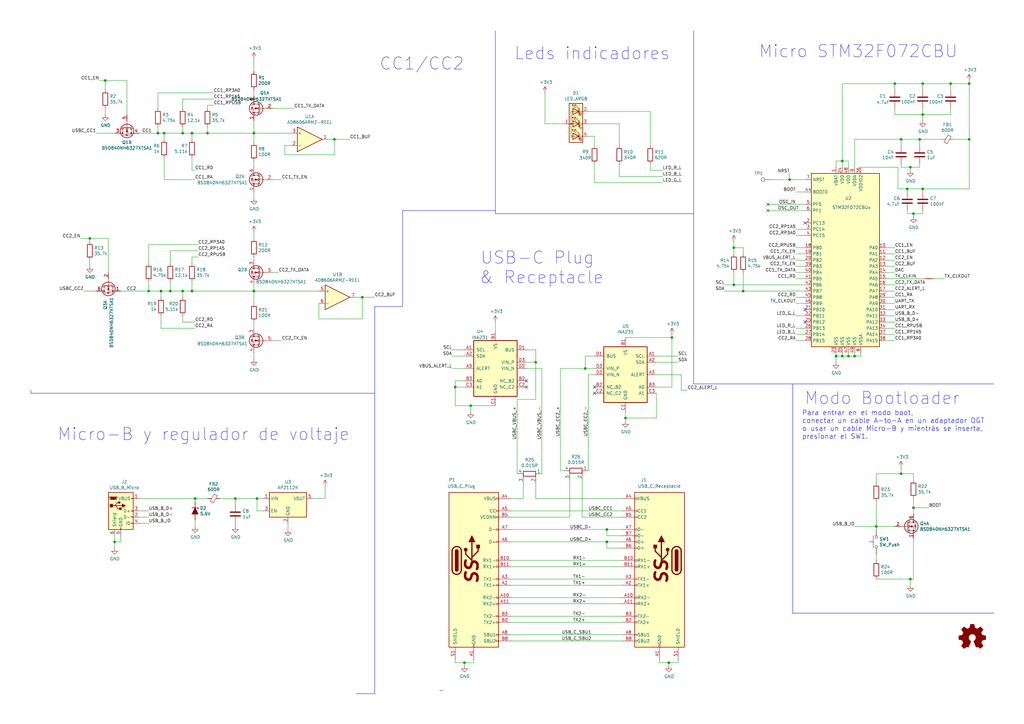
<source format=kicad_sch>
(kicad_sch (version 20230121) (generator eeschema)
  (paper "A3")
  (title_block (title "ClockClock Module") (date "2019-03-23") (rev "r0_1") (company "GsD"))
  (junction (at 342.9 146.05))
  (junction (at 240.03 151.13))
  (junction (at 378.46 46.99))
  (junction (at 304.8 119.38))
  (junction (at 46.99 222.25))
  (junction (at 274.32 271.78))
  (junction (at 367.03 34.29))
  (junction (at 345.44 66.04))
  (junction (at 104.14 119.38))
  (junction (at 104.14 54.61))
  (junction (at 389.89 34.29))
  (junction (at 323.85 73.66))
  (junction (at 373.38 68.58))
  (junction (at 347.98 146.05))
  (junction (at 372.11 77.47))
  (junction (at 397.51 34.29))
  (junction (at 105.41 204.47))
  (junction (at 300.99 116.84))
  (junction (at 64.77 54.61))
  (junction (at 36.83 97.79))
  (junction (at 43.18 33.02))
  (junction (at 67.31 54.61))
  (junction (at 378.46 34.29))
  (junction (at 69.85 119.38))
  (junction (at 66.04 119.38))
  (junction (at 374.65 208.28))
  (junction (at 369.57 57.15))
  (junction (at 190.5 271.78))
  (junction (at 275.59 138.43))
  (junction (at 60.96 119.38))
  (junction (at 74.93 54.61))
  (junction (at 378.46 77.47))
  (junction (at 373.38 237.49))
  (junction (at 369.57 194.31))
  (junction (at 74.93 119.38))
  (junction (at 78.74 119.38))
  (junction (at 137.16 57.15))
  (junction (at 377.19 57.15))
  (junction (at 256.54 171.45))
  (junction (at 80.01 204.47))
  (junction (at 350.52 146.05))
  (junction (at 85.09 54.61))
  (junction (at 193.04 166.37))
  (junction (at 219.71 148.59))
  (junction (at 186.69 158.75))
  (junction (at 248.92 217.17))
  (junction (at 345.44 146.05))
  (junction (at 78.74 54.61))
  (junction (at 248.92 222.25))
  (junction (at 148.59 121.92))
  (junction (at 300.99 101.6))
  (junction (at 96.52 204.47))
  (junction (at 374.65 87.63))
  (junction (at 397.51 57.15))
  (junction (at 359.41 215.9))
  (no_connect (at 314.96 86.36))
  (no_connect (at 330.2 127))
  (no_connect (at 314.96 83.82))
  (no_connect (at 330.2 91.44))
  (no_connect (at 243.84 161.29))
  (no_connect (at 330.2 132.08))
  (no_connect (at 215.9 156.21))
  (no_connect (at 243.84 158.75))
  (no_connect (at 215.9 158.75))
  (wire (pts (xy 209.55 232.41) (xy 255.27 232.41)))
  (wire (pts (xy 57.15 54.61) (xy 64.77 54.61)))
  (wire (pts (xy 363.22 137.16) (xy 367.03 137.16)))
  (wire (pts (xy 241.3 193.04) (xy 241.3 153.67)))
  (wire (pts (xy 115.57 139.7) (xy 111.76 139.7)))
  (wire (pts (xy 57.15 212.09) (xy 60.96 212.09)))
  (wire (pts (xy 107.95 209.55) (xy 105.41 209.55)))
  (wire (pts (xy 397.51 57.15) (xy 397.51 34.29)))
  (wire (pts (xy 85.09 43.18) (xy 85.09 44.45)))
  (wire (pts (xy 40.64 33.02) (xy 43.18 33.02)))
  (polyline (pts (xy 153.67 125.73) (xy 165.1 125.73)))
  (wire (pts (xy 248.92 222.25) (xy 255.27 222.25)))
  (wire (pts (xy 304.8 111.76) (xy 304.8 119.38)))
  (wire (pts (xy 186.69 270.51) (xy 186.69 271.78)))
  (wire (pts (xy 67.31 57.15) (xy 67.31 54.61)))
  (wire (pts (xy 209.55 240.03) (xy 255.27 240.03)))
  (wire (pts (xy 231.14 50.8) (xy 223.52 50.8)))
  (wire (pts (xy 209.55 222.25) (xy 248.92 222.25)))
  (polyline (pts (xy 12.7 161.29) (xy 12.7 160.02)))
  (wire (pts (xy 345.44 144.78) (xy 345.44 146.05)))
  (wire (pts (xy 304.8 104.14) (xy 304.8 101.6)))
  (wire (pts (xy 369.57 67.31) (xy 369.57 68.58)))
  (wire (pts (xy 186.69 158.75) (xy 190.5 158.75)))
  (wire (pts (xy 214.63 204.47) (xy 214.63 198.12)))
  (wire (pts (xy 33.02 97.79) (xy 36.83 97.79)))
  (wire (pts (xy 270.51 271.78) (xy 274.32 271.78)))
  (wire (pts (xy 367.03 34.29) (xy 378.46 34.29)))
  (wire (pts (xy 52.07 33.02) (xy 52.07 46.99)))
  (wire (pts (xy 222.25 194.31) (xy 222.25 151.13)))
  (wire (pts (xy 130.81 124.46) (xy 130.81 130.81)))
  (wire (pts (xy 378.46 36.83) (xy 378.46 34.29)))
  (wire (pts (xy 330.2 134.62) (xy 326.39 134.62)))
  (wire (pts (xy 74.93 132.08) (xy 80.01 132.08)))
  (wire (pts (xy 229.87 193.04) (xy 229.87 151.13)))
  (wire (pts (xy 78.74 105.41) (xy 81.28 105.41)))
  (wire (pts (xy 60.96 119.38) (xy 49.53 119.38)))
  (wire (pts (xy 243.84 74.93) (xy 271.78 74.93)))
  (wire (pts (xy 359.41 237.49) (xy 373.38 237.49)))
  (wire (pts (xy 66.04 129.54) (xy 66.04 134.62)))
  (wire (pts (xy 243.84 67.31) (xy 243.84 74.93)))
  (wire (pts (xy 345.44 68.58) (xy 345.44 66.04)))
  (wire (pts (xy 185.42 146.05) (xy 190.5 146.05)))
  (wire (pts (xy 330.2 137.16) (xy 326.39 137.16)))
  (wire (pts (xy 266.7 69.85) (xy 271.78 69.85)))
  (wire (pts (xy 186.69 166.37) (xy 193.04 166.37)))
  (wire (pts (xy 87.63 43.18) (xy 85.09 43.18)))
  (wire (pts (xy 137.16 57.15) (xy 134.62 57.15)))
  (wire (pts (xy 240.03 146.05) (xy 240.03 151.13)))
  (wire (pts (xy 219.71 204.47) (xy 255.27 204.47)))
  (wire (pts (xy 212.09 163.83) (xy 219.71 163.83)))
  (wire (pts (xy 374.65 87.63) (xy 374.65 88.9)))
  (wire (pts (xy 49.53 219.71) (xy 49.53 222.25)))
  (wire (pts (xy 363.22 111.76) (xy 367.03 111.76)))
  (wire (pts (xy 130.81 119.38) (xy 104.14 119.38)))
  (wire (pts (xy 238.76 212.09) (xy 238.76 196.85)))
  (wire (pts (xy 330.2 106.68) (xy 326.39 106.68)))
  (wire (pts (xy 69.85 107.95) (xy 69.85 102.87)))
  (wire (pts (xy 330.2 124.46) (xy 326.39 124.46)))
  (wire (pts (xy 369.57 57.15) (xy 377.19 57.15)))
  (wire (pts (xy 222.25 151.13) (xy 215.9 151.13)))
  (wire (pts (xy 304.8 119.38) (xy 297.18 119.38)))
  (wire (pts (xy 64.77 52.07) (xy 64.77 54.61)))
  (wire (pts (xy 43.18 33.02) (xy 52.07 33.02)))
  (wire (pts (xy 345.44 66.04) (xy 345.44 34.29)))
  (wire (pts (xy 363.22 109.22) (xy 367.03 109.22)))
  (wire (pts (xy 359.41 215.9) (xy 359.41 205.74)))
  (wire (pts (xy 219.71 163.83) (xy 219.71 148.59)))
  (wire (pts (xy 255.27 219.71) (xy 248.92 219.71)))
  (wire (pts (xy 229.87 151.13) (xy 240.03 151.13)))
  (wire (pts (xy 345.44 66.04) (xy 347.98 66.04)))
  (wire (pts (xy 219.71 148.59) (xy 215.9 148.59)))
  (wire (pts (xy 369.57 68.58) (xy 373.38 68.58)))
  (wire (pts (xy 300.99 116.84) (xy 297.18 116.84)))
  (wire (pts (xy 105.41 204.47) (xy 96.52 204.47)))
  (wire (pts (xy 342.9 144.78) (xy 342.9 146.05)))
  (wire (pts (xy 300.99 111.76) (xy 300.99 116.84)))
  (wire (pts (xy 209.55 217.17) (xy 248.92 217.17)))
  (wire (pts (xy 74.93 40.64) (xy 74.93 44.45)))
  (wire (pts (xy 118.11 217.17) (xy 118.11 214.63)))
  (wire (pts (xy 330.2 111.76) (xy 326.39 111.76)))
  (polyline (pts (xy 165.1 86.36) (xy 203.2 86.36)))
  (wire (pts (xy 269.24 146.05) (xy 278.13 146.05)))
  (wire (pts (xy 266.7 59.69) (xy 266.7 45.72)))
  (wire (pts (xy 350.52 215.9) (xy 359.41 215.9)))
  (wire (pts (xy 378.46 77.47) (xy 378.46 78.74)))
  (wire (pts (xy 378.46 46.99) (xy 389.89 46.99)))
  (wire (pts (xy 350.52 57.15) (xy 369.57 57.15)))
  (wire (pts (xy 374.65 237.49) (xy 374.65 220.98)))
  (wire (pts (xy 330.2 104.14) (xy 326.39 104.14)))
  (polyline (pts (xy 165.1 125.73) (xy 165.1 86.36)))
  (wire (pts (xy 69.85 119.38) (xy 66.04 119.38)))
  (wire (pts (xy 330.2 101.6) (xy 326.39 101.6)))
  (wire (pts (xy 143.51 57.15) (xy 137.16 57.15)))
  (wire (pts (xy 254 72.39) (xy 271.78 72.39)))
  (wire (pts (xy 60.96 115.57) (xy 60.96 119.38)))
  (wire (pts (xy 186.69 156.21) (xy 186.69 158.75)))
  (wire (pts (xy 96.52 214.63) (xy 96.52 215.9)))
  (wire (pts (xy 359.41 194.31) (xy 369.57 194.31)))
  (wire (pts (xy 373.38 68.58) (xy 377.19 68.58)))
  (wire (pts (xy 119.38 59.69) (xy 116.84 59.69)))
  (wire (pts (xy 209.55 237.49) (xy 255.27 237.49)))
  (wire (pts (xy 243.84 55.88) (xy 243.84 59.69)))
  (wire (pts (xy 67.31 54.61) (xy 74.93 54.61)))
  (wire (pts (xy 186.69 271.78) (xy 190.5 271.78)))
  (wire (pts (xy 74.93 54.61) (xy 78.74 54.61)))
  (wire (pts (xy 80.01 213.36) (xy 80.01 215.9)))
  (wire (pts (xy 342.9 66.04) (xy 345.44 66.04)))
  (wire (pts (xy 66.04 119.38) (xy 60.96 119.38)))
  (wire (pts (xy 66.04 121.92) (xy 66.04 119.38)))
  (wire (pts (xy 266.7 69.85) (xy 266.7 67.31)))
  (wire (pts (xy 67.31 73.66) (xy 67.31 64.77)))
  (wire (pts (xy 74.93 121.92) (xy 74.93 119.38)))
  (wire (pts (xy 330.2 109.22) (xy 326.39 109.22)))
  (wire (pts (xy 203.2 166.37) (xy 193.04 166.37)))
  (wire (pts (xy 116.84 59.69) (xy 116.84 63.5)))
  (wire (pts (xy 269.24 161.29) (xy 269.24 171.45)))
  (wire (pts (xy 104.14 39.37) (xy 104.14 36.83)))
  (wire (pts (xy 104.14 95.25) (xy 104.14 97.79)))
  (wire (pts (xy 372.11 86.36) (xy 372.11 87.63)))
  (wire (pts (xy 345.44 34.29) (xy 367.03 34.29)))
  (wire (pts (xy 43.18 36.83) (xy 43.18 33.02)))
  (wire (pts (xy 374.65 87.63) (xy 378.46 87.63)))
  (wire (pts (xy 209.55 262.89) (xy 255.27 262.89)))
  (wire (pts (xy 373.38 69.85) (xy 373.38 68.58)))
  (wire (pts (xy 391.16 57.15) (xy 397.51 57.15)))
  (wire (pts (xy 397.51 77.47) (xy 378.46 77.47)))
  (wire (pts (xy 378.46 44.45) (xy 378.46 46.99)))
  (wire (pts (xy 254 50.8) (xy 254 59.69)))
  (wire (pts (xy 74.93 119.38) (xy 69.85 119.38)))
  (polyline (pts (xy 153.67 161.29) (xy 12.7 161.29)))
  (wire (pts (xy 274.32 273.05) (xy 274.32 271.78)))
  (polyline (pts (xy 325.12 157.48) (xy 325.12 251.46)))
  (wire (pts (xy 44.45 97.79) (xy 44.45 111.76)))
  (wire (pts (xy 342.9 146.05) (xy 342.9 148.59)))
  (wire (pts (xy 69.85 115.57) (xy 69.85 119.38)))
  (wire (pts (xy 316.23 73.66) (xy 323.85 73.66)))
  (wire (pts (xy 241.3 50.8) (xy 254 50.8)))
  (wire (pts (xy 373.38 240.03) (xy 373.38 237.49)))
  (wire (pts (xy 64.77 54.61) (xy 67.31 54.61)))
  (wire (pts (xy 78.74 119.38) (xy 74.93 119.38)))
  (wire (pts (xy 363.22 121.92) (xy 367.03 121.92)))
  (wire (pts (xy 275.59 138.43) (xy 275.59 158.75)))
  (wire (pts (xy 104.14 124.46) (xy 104.14 119.38)))
  (wire (pts (xy 60.96 107.95) (xy 60.96 100.33)))
  (wire (pts (xy 233.68 212.09) (xy 233.68 196.85)))
  (wire (pts (xy 46.99 222.25) (xy 46.99 224.79)))
  (wire (pts (xy 256.54 172.72) (xy 256.54 171.45)))
  (wire (pts (xy 190.5 271.78) (xy 194.31 271.78)))
  (wire (pts (xy 104.14 29.21) (xy 104.14 24.13)))
  (wire (pts (xy 104.14 119.38) (xy 78.74 119.38)))
  (wire (pts (xy 367.03 44.45) (xy 367.03 46.99)))
  (wire (pts (xy 85.09 52.07) (xy 85.09 54.61)))
  (wire (pts (xy 342.9 68.58) (xy 342.9 66.04)))
  (wire (pts (xy 279.4 153.67) (xy 279.4 160.02)))
  (wire (pts (xy 111.76 73.66) (xy 115.57 73.66)))
  (wire (pts (xy 66.04 134.62) (xy 80.01 134.62)))
  (wire (pts (xy 57.15 214.63) (xy 60.96 214.63)))
  (wire (pts (xy 373.38 237.49) (xy 374.65 237.49)))
  (wire (pts (xy 359.41 229.87) (xy 359.41 227.33)))
  (wire (pts (xy 350.52 146.05) (xy 347.98 146.05)))
  (wire (pts (xy 209.55 229.87) (xy 255.27 229.87)))
  (wire (pts (xy 209.55 255.27) (xy 255.27 255.27)))
  (wire (pts (xy 43.18 46.99) (xy 43.18 44.45)))
  (wire (pts (xy 241.3 45.72) (xy 266.7 45.72)))
  (wire (pts (xy 78.74 69.85) (xy 78.74 64.77)))
  (wire (pts (xy 363.22 114.3) (xy 378.46 114.3)))
  (wire (pts (xy 78.74 57.15) (xy 78.74 54.61)))
  (wire (pts (xy 397.51 57.15) (xy 397.51 77.47)))
  (wire (pts (xy 107.95 204.47) (xy 105.41 204.47)))
  (polyline (pts (xy 180.34 283.21) (xy 181.61 283.21)))
  (wire (pts (xy 350.52 68.58) (xy 350.52 57.15)))
  (wire (pts (xy 80.01 73.66) (xy 67.31 73.66)))
  (wire (pts (xy 80.01 69.85) (xy 78.74 69.85)))
  (wire (pts (xy 209.55 245.11) (xy 255.27 245.11)))
  (wire (pts (xy 209.55 204.47) (xy 214.63 204.47)))
  (wire (pts (xy 275.59 158.75) (xy 269.24 158.75)))
  (wire (pts (xy 104.14 116.84) (xy 104.14 119.38)))
  (wire (pts (xy 193.04 166.37) (xy 193.04 168.91)))
  (wire (pts (xy 347.98 144.78) (xy 347.98 146.05)))
  (wire (pts (xy 57.15 209.55) (xy 60.96 209.55)))
  (wire (pts (xy 254 67.31) (xy 254 72.39)))
  (wire (pts (xy 389.89 34.29) (xy 389.89 36.83)))
  (wire (pts (xy 255.27 212.09) (xy 238.76 212.09)))
  (wire (pts (xy 104.14 58.42) (xy 104.14 54.61)))
  (wire (pts (xy 330.2 114.3) (xy 326.39 114.3)))
  (wire (pts (xy 363.22 104.14) (xy 367.03 104.14)))
  (wire (pts (xy 105.41 209.55) (xy 105.41 204.47)))
  (wire (pts (xy 372.11 77.47) (xy 378.46 77.47)))
  (wire (pts (xy 223.52 38.1) (xy 223.52 50.8)))
  (wire (pts (xy 363.22 134.62) (xy 367.03 134.62)))
  (wire (pts (xy 347.98 146.05) (xy 345.44 146.05)))
  (wire (pts (xy 304.8 101.6) (xy 300.99 101.6)))
  (wire (pts (xy 255.27 224.79) (xy 248.92 224.79)))
  (wire (pts (xy 85.09 54.61) (xy 104.14 54.61)))
  (wire (pts (xy 300.99 104.14) (xy 300.99 101.6)))
  (wire (pts (xy 269.24 148.59) (xy 278.13 148.59)))
  (wire (pts (xy 363.22 101.6) (xy 367.03 101.6)))
  (wire (pts (xy 367.03 106.68) (xy 363.22 106.68)))
  (polyline (pts (xy 325.12 251.46) (xy 407.67 251.46)))
  (wire (pts (xy 36.83 109.22) (xy 36.83 106.68)))
  (wire (pts (xy 256.54 171.45) (xy 256.54 168.91)))
  (wire (pts (xy 104.14 147.32) (xy 104.14 144.78)))
  (wire (pts (xy 87.63 40.64) (xy 74.93 40.64)))
  (wire (pts (xy 378.46 34.29) (xy 389.89 34.29)))
  (wire (pts (xy 363.22 119.38) (xy 367.03 119.38)))
  (wire (pts (xy 203.2 135.89) (xy 203.2 132.08)))
  (wire (pts (xy 120.65 44.45) (xy 111.76 44.45)))
  (wire (pts (xy 367.03 46.99) (xy 378.46 46.99)))
  (wire (pts (xy 69.85 102.87) (xy 81.28 102.87)))
  (wire (pts (xy 330.2 96.52) (xy 326.39 96.52)))
  (wire (pts (xy 330.2 119.38) (xy 304.8 119.38)))
  (wire (pts (xy 243.84 146.05) (xy 240.03 146.05)))
  (wire (pts (xy 85.09 204.47) (xy 80.01 204.47)))
  (wire (pts (xy 78.74 54.61) (xy 85.09 54.61)))
  (wire (pts (xy 78.74 115.57) (xy 78.74 119.38)))
  (wire (pts (xy 90.17 204.47) (xy 96.52 204.47)))
  (wire (pts (xy 96.52 207.01) (xy 96.52 204.47)))
  (wire (pts (xy 330.2 93.98) (xy 326.39 93.98)))
  (wire (pts (xy 314.96 86.36) (xy 330.2 86.36)))
  (wire (pts (xy 330.2 121.92) (xy 326.39 121.92)))
  (wire (pts (xy 369.57 191.77) (xy 369.57 194.31)))
  (wire (pts (xy 300.99 101.6) (xy 300.99 99.06)))
  (wire (pts (xy 374.65 208.28) (xy 374.65 204.47)))
  (wire (pts (xy 114.3 111.76) (xy 111.76 111.76)))
  (wire (pts (xy 353.06 144.78) (xy 353.06 146.05)))
  (wire (pts (xy 78.74 107.95) (xy 78.74 105.41)))
  (wire (pts (xy 363.22 116.84) (xy 367.03 116.84)))
  (wire (pts (xy 190.5 273.05) (xy 190.5 271.78)))
  (wire (pts (xy 363.22 127) (xy 367.03 127)))
  (wire (pts (xy 397.51 33.02) (xy 397.51 34.29)))
  (wire (pts (xy 215.9 143.51) (xy 219.71 143.51)))
  (wire (pts (xy 269.24 153.67) (xy 279.4 153.67)))
  (polyline (pts (xy 203.2 12.7) (xy 203.2 87.63)))
  (polyline (pts (xy 146.05 284.48) (xy 153.67 284.48)))
  (wire (pts (xy 363.22 124.46) (xy 367.03 124.46)))
  (wire (pts (xy 330.2 139.7) (xy 326.39 139.7)))
  (wire (pts (xy 133.35 204.47) (xy 133.35 199.39)))
  (polyline (pts (xy 153.67 284.48) (xy 153.67 125.73)))
  (wire (pts (xy 350.52 144.78) (xy 350.52 146.05)))
  (wire (pts (xy 219.71 198.12) (xy 219.71 204.47)))
  (wire (pts (xy 209.55 260.35) (xy 255.27 260.35)))
  (wire (pts (xy 185.42 151.13) (xy 190.5 151.13)))
  (wire (pts (xy 378.46 87.63) (xy 378.46 86.36)))
  (wire (pts (xy 49.53 222.25) (xy 46.99 222.25)))
  (wire (pts (xy 209.55 209.55) (xy 255.27 209.55)))
  (wire (pts (xy 209.55 212.09) (xy 233.68 212.09)))
  (wire (pts (xy 64.77 38.1) (xy 87.63 38.1)))
  (wire (pts (xy 80.01 204.47) (xy 57.15 204.47)))
  (wire (pts (xy 374.65 210.82) (xy 374.65 208.28)))
  (wire (pts (xy 185.42 143.51) (xy 190.5 143.51)))
  (wire (pts (xy 330.2 78.74) (xy 326.39 78.74)))
  (wire (pts (xy 74.93 52.07) (xy 74.93 54.61)))
  (wire (pts (xy 377.19 57.15) (xy 377.19 59.69)))
  (wire (pts (xy 363.22 139.7) (xy 367.03 139.7)))
  (wire (pts (xy 60.96 100.33) (xy 81.28 100.33)))
  (wire (pts (xy 104.14 68.58) (xy 104.14 66.04)))
  (polyline (pts (xy 284.48 157.48) (xy 407.67 157.48)))
  (wire (pts (xy 146.05 121.92) (xy 148.59 121.92)))
  (polyline (pts (xy 284.48 12.7) (xy 284.48 157.48)))
  (wire (pts (xy 219.71 143.51) (xy 219.71 148.59)))
  (wire (pts (xy 345.44 146.05) (xy 342.9 146.05)))
  (wire (pts (xy 104.14 49.53) (xy 104.14 54.61)))
  (wire (pts (xy 278.13 271.78) (xy 278.13 270.51)))
  (wire (pts (xy 353.06 68.58) (xy 368.3 68.58)))
  (wire (pts (xy 397.51 34.29) (xy 389.89 34.29)))
  (wire (pts (xy 209.55 252.73) (xy 255.27 252.73)))
  (wire (pts (xy 104.14 106.68) (xy 104.14 105.41)))
  (wire (pts (xy 190.5 156.21) (xy 186.69 156.21)))
  (wire (pts (xy 374.65 194.31) (xy 374.65 196.85)))
  (wire (pts (xy 64.77 44.45) (xy 64.77 38.1)))
  (wire (pts (xy 36.83 99.06) (xy 36.83 97.79)))
  (wire (pts (xy 367.03 34.29) (xy 367.03 36.83)))
  (wire (pts (xy 248.92 224.79) (xy 248.92 222.25)))
  (wire (pts (xy 363.22 132.08) (xy 367.03 132.08)))
  (wire (pts (xy 269.24 171.45) (xy 256.54 171.45)))
  (wire (pts (xy 212.09 194.31) (xy 212.09 163.83)))
  (wire (pts (xy 368.3 77.47) (xy 372.11 77.47)))
  (wire (pts (xy 128.27 204.47) (xy 133.35 204.47)))
  (wire (pts (xy 241.3 153.67) (xy 243.84 153.67)))
  (wire (pts (xy 137.16 63.5) (xy 137.16 57.15)))
  (wire (pts (xy 241.3 55.88) (xy 243.84 55.88)))
  (wire (pts (xy 46.99 54.61) (xy 39.37 54.61)))
  (wire (pts (xy 359.41 217.17) (xy 359.41 215.9)))
  (wire (pts (xy 372.11 78.74) (xy 372.11 77.47)))
  (wire (pts (xy 363.22 129.54) (xy 367.03 129.54)))
  (wire (pts (xy 116.84 63.5) (xy 137.16 63.5)))
  (wire (pts (xy 314.96 83.82) (xy 330.2 83.82)))
  (wire (pts (xy 353.06 146.05) (xy 350.52 146.05)))
  (wire (pts (xy 387.35 114.3) (xy 383.54 114.3)))
  (wire (pts (xy 347.98 66.04) (xy 347.98 68.58)))
  (wire (pts (xy 270.51 270.51) (xy 270.51 271.78)))
  (wire (pts (xy 369.57 194.31) (xy 374.65 194.31)))
  (wire (pts (xy 104.14 134.62) (xy 104.14 132.08)))
  (wire (pts (xy 240.03 151.13) (xy 243.84 151.13)))
  (wire (pts (xy 248.92 217.17) (xy 255.27 217.17)))
  (wire (pts (xy 80.01 205.74) (xy 80.01 204.47)))
  (wire (pts (xy 381 208.28) (xy 374.65 208.28)))
  (wire (pts (xy 194.31 271.78) (xy 194.31 270.51)))
  (wire (pts (xy 46.99 219.71) (xy 46.99 222.25)))
  (wire (pts (xy 148.59 121.92) (xy 153.67 121.92)))
  (wire (pts (xy 274.32 271.78) (xy 278.13 271.78)))
  (wire (pts (xy 359.41 198.12) (xy 359.41 194.31)))
  (wire (pts (xy 323.85 73.66) (xy 330.2 73.66)))
  (wire (pts (xy 378.46 49.53) (xy 378.46 46.99)))
  (wire (pts (xy 256.54 138.43) (xy 275.59 138.43)))
  (wire (pts (xy 186.69 158.75) (xy 186.69 166.37)))
  (wire (pts (xy 130.81 130.81) (xy 148.59 130.81)))
  (wire (pts (xy 231.14 193.04) (xy 229.87 193.04)))
  (wire (pts (xy 369.57 59.69) (xy 369.57 57.15)))
  (wire (pts (xy 377.19 68.58) (xy 377.19 67.31)))
  (wire (pts (xy 323.85 71.12) (xy 323.85 73.66)))
  (wire (pts (xy 39.37 119.38) (xy 34.29 119.38)))
  (wire (pts (xy 279.4 160.02) (xy 281.94 160.02)))
  (wire (pts (xy 389.89 46.99) (xy 389.89 44.45)))
  (wire (pts (xy 148.59 130.81) (xy 148.59 121.92)))
  (wire (pts (xy 104.14 81.28) (xy 104.14 78.74)))
  (wire (pts (xy 209.55 247.65) (xy 255.27 247.65)))
  (wire (pts (xy 386.08 57.15) (xy 377.19 57.15)))
  (wire (pts (xy 372.11 87.63) (xy 374.65 87.63)))
  (wire (pts (xy 248.92 219.71) (xy 248.92 217.17)))
  (wire (pts (xy 330.2 129.54) (xy 326.39 129.54)))
  (wire (pts (xy 330.2 116.84) (xy 300.99 116.84)))
  (wire (pts (xy 36.83 97.79) (xy 44.45 97.79)))
  (wire (pts (xy 367.03 215.9) (xy 359.41 215.9)))
  (polyline (pts (xy 203.2 87.63) (xy 284.48 87.63)))
  (wire (pts (xy 104.14 54.61) (xy 119.38 54.61)))
  (wire (pts (xy 275.59 137.16) (xy 275.59 138.43)))
  (wire (pts (xy 74.93 129.54) (xy 74.93 132.08)))
  (wire (pts (xy 368.3 68.58) (xy 368.3 77.47)))
  (text "Micro-B y regulador de voltaje\n\n" (at 143.51 189.23 0) (effects (font (size 5.0038 5.0038)) (justify right bottom)))
  (text "Leds indicadores\n\n" (at 210.82 33.02 0) (effects (font (size 5.0038 5.0038)) (justify left bottom)))
  (text "Micro STM32F072CBU\n" (at 311.15 24.13 0) (effects (font (size 5.0038 5.0038)) (justify left bottom)))
  (text "Para entrar en el modo boot, \nconectar un cable A-to-A en un adaptador OGT \no usar un cable Micro-B y mientrás se inserta, \npresionar el SW1." (at 328.93 180.34 0) (effects (font (size 2.0066 2.0066)) (justify left bottom)))
  (text "CC1/CC2\n" (at 190.5 29.21 0) (effects (font (size 5.0038 5.0038)) (justify right bottom)))
  (text "USB-C Plug \n& Receptacle\n" (at 247.65 116.84 0) (effects (font (size 5.0038 5.0038)) (justify right bottom)))
  (text "Modo Bootloader\n" (at 393.7 166.37 0) (effects (font (size 5.0038 5.0038)) (justify right bottom)))
  (label "USBC_CC2" (at 34.29 119.38 180))
  (label "TX1-" (at 234.95 237.49 0))
  (label "CC1_TX_DATA" (at 120.65 44.45 0))
  (label "USB_B_D+" (at 60.96 209.55 0))
  (label "TX2-" (at 234.95 252.73 0))
  (label "USBC_CC2" (at 241.3 212.09 0))
  (label "LED_B_L" (at 271.78 72.39 0))
  (label "USBC_VBUS_-" (at 222.25 180.34 90))
  (label "USBC_CC2_-" (at 241.3 179.07 90))
  (label "LED_R_L" (at 271.78 69.85 0))
  (label "SCL" (at 278.13 146.05 0))
  (label "CC1_RP3A0" (at 87.63 38.1 0))
  (label "CC2_BUF" (at 367.03 109.22 0))
  (label "LED_G_L" (at 271.78 74.93 0))
  (label "CC2_TX_EN" (at 115.57 139.7 0))
  (label "USBC_CC2_+" (at 229.87 179.07 90))
  (label "CC1_RD" (at 326.39 114.3 180))
  (label "TX2+" (at 234.95 255.27 0))
  (label "CC1_RP1A5" (at 367.03 137.16 0))
  (label "CC2_BUF" (at 153.67 121.92 0))
  (label "CC2_RD" (at 326.39 121.92 180))
  (label "CC2_EN" (at 33.02 97.79 180))
  (label "CC1_EN" (at 367.03 101.6 0))
  (label "USB_C_SBU1" (at 242.57 260.35 180))
  (label "CC2_EN" (at 367.03 106.68 0))
  (label "USB_C_SBU2" (at 242.57 262.89 180))
  (label "CC2_RP3A0" (at 81.28 100.33 0))
  (label "USBC_D-" (at 233.68 217.17 0))
  (label "CC2_RD" (at 80.01 132.08 0))
  (label "SDA" (at 278.13 148.59 0))
  (label "USB_B_D-" (at 367.03 129.54 0))
  (label "CC1_RP3A0" (at 367.03 139.7 0))
  (label "CC2_RPUSB" (at 81.28 105.41 0))
  (label "CC1_RD" (at 80.01 69.85 0))
  (label "SCL" (at 185.42 143.51 180))
  (label "VBUS_ALERT_L" (at 326.39 106.68 180))
  (label "USB_B_D-" (at 60.96 212.09 0))
  (label "CC2_ALERT_L" (at 367.03 119.38 0))
  (label "CC1_BUF" (at 143.51 57.15 0))
  (label "CC1_RP1A5" (at 87.63 40.64 0))
  (label "CC2_TX_DATA" (at 114.3 111.76 0))
  (label "CC1_TX_EN" (at 115.57 73.66 0))
  (label "CC1_RPUSB" (at 87.63 43.18 0))
  (label "UART_RX" (at 367.03 127 0))
  (label "TX_CLKIN" (at 367.03 114.3 0))
  (label "LED_B_L" (at 326.39 137.16 180))
  (label "BOOT" (at 381 208.28 0))
  (label "CC2" (at 55.88 119.38 180))
  (label "LED_R_L" (at 326.39 134.62 180))
  (label "USBC_CC1" (at 39.37 54.61 180))
  (label "UART_TX" (at 367.03 124.46 0))
  (label "BOOT" (at 326.39 78.74 180))
  (label "RX1-" (at 234.95 229.87 0))
  (label "CC1_RA" (at 367.03 121.92 0))
  (label "CC2_TX_DATA" (at 367.03 116.84 0))
  (label "SDA" (at 297.18 119.38 180))
  (label "TX_CLKOUT" (at 387.35 114.3 0))
  (label "CC2_RP1A5" (at 81.28 102.87 0))
  (label "RX2+" (at 234.95 247.65 0))
  (label "CC1_RA" (at 80.01 73.66 0))
  (label "USBC_D+" (at 233.68 222.25 0))
  (label "CC2_RP3A0" (at 326.39 96.52 180))
  (label "VBUS_ALERT_L" (at 185.42 151.13 180))
  (label "CC2_RA" (at 80.01 134.62 0))
  (label "USB_B_D+" (at 367.03 132.08 0))
  (label "CC1_TX_DATA" (at 326.39 111.76 180))
  (label "CC1_TX_EN" (at 326.39 104.14 180))
  (label "CC2_RA" (at 326.39 139.7 180))
  (label "NRST" (at 323.85 71.12 180))
  (label "CC1_BUF" (at 367.03 104.14 0))
  (label "OSC_OUT" (at 327.66 86.36 180))
  (label "CC1_RPUSB" (at 367.03 134.62 0))
  (label "RX2-" (at 234.95 245.11 0))
  (label "CC2_ALERT_L" (at 281.94 160.02 0))
  (label "CC2_TX_EN" (at 326.39 109.22 180))
  (label "SCL" (at 297.18 116.84 180))
  (label "USB_B_ID" (at 350.52 215.9 180))
  (label "LED_G_L" (at 326.39 129.54 180))
  (label "USBC_CC1" (at 241.3 209.55 0))
  (label "CC2_RP1A5" (at 326.39 93.98 180))
  (label "USBC_VBUS_+" (at 212.09 180.34 90))
  (label "DAC" (at 367.03 111.76 0))
  (label "SDA" (at 185.42 146.05 180))
  (label "CC1" (at 62.23 54.61 180))
  (label "CC1_EN" (at 40.64 33.02 180))
  (label "USB_B_ID" (at 60.96 214.63 0))
  (label "OSC_IN" (at 326.39 83.82 180))
  (label "TX1+" (at 234.95 240.03 0))
  (label "RX1+" (at 234.95 232.41 0))
  (label "TX_CLKOUT" (at 326.39 124.46 180))
  (label "CC2_RPUSB" (at 326.39 101.6 180))
  (symbol (lib_id "FreshTwinkie-rescue:USB_C_Plug-Connector") (at 194.31 229.87 0) (unit 1)
    (property "Reference" "P1" (at 185.42 196.85 0))
    (property "Value" "USB_C_Plug" (at 189.23 199.39 0))
    (property "Footprint" "DX07P024MJ1R1500(1):JAE_DX07P024MJ1R1500" (effects hide))
    (property "Datasheet" "https://www.jae.com/direct/topics/topics_file_download/topics_id=66505&ext_no=06&index=0&_lang=en&v=2019122712575883906509" (effects hide))
    (property "Mfg" "JAE" (effects hide))
    (property "PN" "656-DX07P024MJ1500" (effects hide))
    (property "Tienda" "Mouser" (effects hide))
  )
  (symbol (lib_id "FreshTwinkie-rescue:USB_C_Receptacle-Connector") (at 270.51 229.87 0) (mirror y) (unit 1)
    (property "Reference" "J1" (at 262.89 196.85 0) (effects (justify right)))
    (property "Value" "USB_C_Receptacle" (at 261.62 199.39 0) (effects (justify right)))
    (property "Footprint" "Footprint:XUNPU_24PIN_USBC_RECEPT" (effects hide))
    (property "Datasheet" "https://datasheet.lcsc.com/szlcsc/2012251035_XUNPU-TYPEC-324G-BCP24_C920230.pdf" (effects hide))
    (property "PN" "C920230" (effects hide))
    (property "Mfg" "XUNPU" (effects hide))
    (property "Tienda" "LCSC" (effects hide))
  )
  (symbol (lib_id "Device:R") (at 43.18 40.64 0) (unit 1)
    (property "Reference" "R2" (at 44.958 39.4716 0) (effects (justify left)))
    (property "Value" "35.7k" (at 44.958 41.783 0) (effects (justify left)))
    (property "Footprint" "Resistor_SMD:R_0603_1608Metric" (effects hide))
    (property "Datasheet" "https://datasheet.lcsc.com/szlcsc/1810261109_Viking-Tech-ARG02FTC3572_C284526.pdf" (effects hide))
    (property "PN" "C284526" (effects hide))
    (property "Mfg" "Viking Tech" (effects hide))
    (property "Tienda" "LCSC" (effects hide))
  )
  (symbol (lib_id "Device:R") (at 64.77 48.26 0) (unit 1)
    (property "Reference" "R3" (at 66.548 47.0916 0) (effects (justify left)))
    (property "Value" "4.75k" (at 66.548 49.403 0) (effects (justify left)))
    (property "Footprint" "Resistor_SMD:R_0603_1608Metric" (effects hide))
    (property "Datasheet" "https://datasheet.lcsc.com/szlcsc/2008171305_YAGEO-RT0402DRE074K75L_C723406.pdf" (effects hide))
    (property "PN" "C723406" (effects hide))
    (property "Mfg" "YAGEO" (effects hide))
    (property "Tienda" "LCSC" (effects hide))
  )
  (symbol (lib_id "Device:R") (at 74.93 48.26 0) (unit 1)
    (property "Reference" "R4" (at 76.708 47.0916 0) (effects (justify left)))
    (property "Value" "12.1k" (at 76.708 49.403 0) (effects (justify left)))
    (property "Footprint" "Resistor_SMD:R_0603_1608Metric" (effects hide))
    (property "Datasheet" "https://datasheet.lcsc.com/szlcsc/1810241341_YAGEO-RT0402BRD0712K1L_C281773.pdf" (effects hide))
    (property "PN" "C281773" (effects hide))
    (property "Mfg" "YAGEO" (effects hide))
    (property "Tienda" "LCSC" (effects hide))
  )
  (symbol (lib_id "Device:R") (at 85.09 48.26 0) (unit 1)
    (property "Reference" "R5" (at 86.868 47.0916 0) (effects (justify left)))
    (property "Value" "35.7k" (at 86.868 49.403 0) (effects (justify left)))
    (property "Footprint" "Resistor_SMD:R_0603_1608Metric" (effects hide))
    (property "Datasheet" "https://datasheet.lcsc.com/szlcsc/1810261109_Viking-Tech-ARG02FTC3572_C284526.pdf" (effects hide))
    (property "PN" "C284526" (effects hide))
    (property "Mfg" "Viking Tech" (effects hide))
    (property "Tienda" "LCSC" (effects hide))
  )
  (symbol (lib_id "Device:R") (at 67.31 60.96 0) (mirror x) (unit 1)
    (property "Reference" "R6" (at 65.532 59.7916 0) (effects (justify right)))
    (property "Value" "1k" (at 65.532 62.103 0) (effects (justify right)))
    (property "Footprint" "Resistor_SMD:R_0603_1608Metric" (effects hide))
    (property "Datasheet" "https://datasheet.lcsc.com/szlcsc/1811091140_Viking-Tech-AR02BTC1001_C317916.pdf" (effects hide))
    (property "PN" "C317916" (effects hide))
    (property "Mfg" "Viking Tech" (effects hide))
    (property "Tienda" "LCSC" (effects hide))
  )
  (symbol (lib_id "Device:R") (at 78.74 60.96 0) (mirror x) (unit 1)
    (property "Reference" "R7" (at 76.9874 59.7916 0) (effects (justify right)))
    (property "Value" "5.11k" (at 76.9874 62.103 0) (effects (justify right)))
    (property "Footprint" "Resistor_SMD:R_0603_1608Metric" (effects hide))
    (property "Datasheet" "https://datasheet.lcsc.com/szlcsc/1810241330_YAGEO-RC0402FR-075K11L_C274895.pdf" (effects hide))
    (property "PN" "C274895" (effects hide))
    (property "Mfg" "YAGEO" (effects hide))
    (property "Tienda" "LCSC" (effects hide))
  )
  (symbol (lib_id "Device:R") (at 104.14 62.23 0) (unit 1)
    (property "Reference" "R8" (at 105.918 61.0616 0) (effects (justify left)))
    (property "Value" "100R" (at 105.918 63.373 0) (effects (justify left)))
    (property "Footprint" "Resistor_SMD:R_0603_1608Metric" (effects hide))
    (property "Datasheet" "https://datasheet.lcsc.com/szlcsc/1912111437_TyoHM-RMC04021005-N_C325391.pdf" (effects hide))
    (property "PN" "C325391" (effects hide))
    (property "Mfg" "TyoHM" (effects hide))
    (property "Tienda" "LCSC" (effects hide))
  )
  (symbol (lib_id "Device:R") (at 104.14 33.02 0) (unit 1)
    (property "Reference" "R1" (at 105.918 31.8516 0) (effects (justify left)))
    (property "Value" "200R" (at 105.918 34.163 0) (effects (justify left)))
    (property "Footprint" "Resistor_SMD:R_0603_1608Metric" (effects hide))
    (property "Datasheet" "https://datasheet.lcsc.com/szlcsc/1912111437_TyoHM-RMC04022001-N_C325381.pdf" (effects hide))
    (property "PN" "C325381" (effects hide))
    (property "Mfg" "TyoHM" (effects hide))
    (property "Tienda" "LCSC" (effects hide))
  )
  (symbol (lib_id "Device:R") (at 36.83 102.87 0) (unit 1)
    (property "Reference" "R13" (at 38.608 101.7016 0) (effects (justify left)))
    (property "Value" "35.7k" (at 38.608 104.013 0) (effects (justify left)))
    (property "Footprint" "Resistor_SMD:R_0603_1608Metric" (effects hide))
    (property "Datasheet" "https://datasheet.lcsc.com/szlcsc/1810261109_Viking-Tech-ARG02FTC3572_C284526.pdf" (effects hide))
    (property "PN" "C284526" (effects hide))
    (property "Mfg" "Viking Tech" (effects hide))
    (property "Tienda" "LCSC" (effects hide))
  )
  (symbol (lib_id "Device:R") (at 60.96 111.76 0) (unit 1)
    (property "Reference" "R16" (at 62.738 110.5916 0) (effects (justify left)))
    (property "Value" "4.75k" (at 62.738 112.903 0) (effects (justify left)))
    (property "Footprint" "Resistor_SMD:R_0603_1608Metric" (effects hide))
    (property "Datasheet" "https://datasheet.lcsc.com/szlcsc/2008171305_YAGEO-RT0402DRE074K75L_C723406.pdf" (effects hide))
    (property "PN" "C723406" (effects hide))
    (property "Mfg" "YAGEO" (effects hide))
    (property "Tienda" "LCSC" (effects hide))
  )
  (symbol (lib_id "Device:R") (at 69.85 111.76 0) (unit 1)
    (property "Reference" "R17" (at 71.628 110.5916 0) (effects (justify left)))
    (property "Value" "12.1k" (at 71.628 112.903 0) (effects (justify left)))
    (property "Footprint" "Resistor_SMD:R_0603_1608Metric" (effects hide))
    (property "Datasheet" "https://datasheet.lcsc.com/szlcsc/1810241341_YAGEO-RT0402BRD0712K1L_C281773.pdf" (effects hide))
    (property "PN" "C281773" (effects hide))
    (property "Mfg" "YAGEO" (effects hide))
    (property "Tienda" "LCSC" (effects hide))
  )
  (symbol (lib_id "Device:R") (at 66.04 125.73 0) (mirror x) (unit 1)
    (property "Reference" "R19" (at 64.262 124.5616 0) (effects (justify right)))
    (property "Value" "1k" (at 64.262 126.873 0) (effects (justify right)))
    (property "Footprint" "Resistor_SMD:R_0603_1608Metric" (effects hide))
    (property "Datasheet" "https://datasheet.lcsc.com/szlcsc/1811091140_Viking-Tech-AR02BTC1001_C317916.pdf" (effects hide))
    (property "PN" "C317916" (effects hide))
    (property "Mfg" "Viking Tech" (effects hide))
    (property "Tienda" "LCSC" (effects hide))
  )
  (symbol (lib_id "Device:R") (at 74.93 125.73 0) (mirror x) (unit 1)
    (property "Reference" "R20" (at 73.1774 124.5616 0) (effects (justify right)))
    (property "Value" "5.11k" (at 73.1774 126.873 0) (effects (justify right)))
    (property "Footprint" "Resistor_SMD:R_0603_1608Metric" (effects hide))
    (property "Datasheet" "https://datasheet.lcsc.com/szlcsc/1810241330_YAGEO-RC0402FR-075K11L_C274895.pdf" (effects hide))
    (property "PN" "C274895" (effects hide))
    (property "Mfg" "YAGEO" (effects hide))
    (property "Tienda" "LCSC" (effects hide))
  )
  (symbol (lib_id "Device:R") (at 78.74 111.76 0) (unit 1)
    (property "Reference" "R18" (at 80.518 110.5916 0) (effects (justify left)))
    (property "Value" "35.7k" (at 80.518 112.903 0) (effects (justify left)))
    (property "Footprint" "Resistor_SMD:R_0603_1608Metric" (effects hide))
    (property "Datasheet" "https://datasheet.lcsc.com/szlcsc/1810261109_Viking-Tech-ARG02FTC3572_C284526.pdf" (effects hide))
    (property "PN" "C284526" (effects hide))
    (property "Mfg" "Viking Tech" (effects hide))
    (property "Tienda" "LCSC" (effects hide))
  )
  (symbol (lib_id "Device:R") (at 104.14 128.27 0) (unit 1)
    (property "Reference" "R21" (at 105.918 127.1016 0) (effects (justify left)))
    (property "Value" "100R" (at 105.918 129.413 0) (effects (justify left)))
    (property "Footprint" "Resistor_SMD:R_0603_1608Metric" (effects hide))
    (property "Datasheet" "https://datasheet.lcsc.com/szlcsc/1912111437_TyoHM-RMC04021005-N_C325391.pdf" (effects hide))
    (property "PN" "C325391" (effects hide))
    (property "Mfg" "TyoHM" (effects hide))
    (property "Tienda" "LCSC" (effects hide))
  )
  (symbol (lib_id "Device:R") (at 104.14 101.6 0) (unit 1)
    (property "Reference" "R12" (at 105.918 100.4316 0) (effects (justify left)))
    (property "Value" "200R" (at 105.918 102.743 0) (effects (justify left)))
    (property "Footprint" "Resistor_SMD:R_0603_1608Metric" (effects hide))
    (property "Datasheet" "https://datasheet.lcsc.com/szlcsc/1912111437_TyoHM-RMC04022001-N_C325381.pdf" (effects hide))
    (property "PN" "C325381" (effects hide))
    (property "Mfg" "TyoHM" (effects hide))
    (property "Tienda" "LCSC" (effects hide))
  )
  (symbol (lib_id "Graphic:Logo_Open_Hardware_Small") (at 398.78 261.62 0) (unit 1)
    (property "Reference" "#LOGO1" (effects hide))
    (property "Value" "Logo_Open_Hardware_Small" (effects hide))
  )
  (symbol (lib_id "FreshTwinkie-rescue:STM32F072CBUx-MCU_ST_STM32F0") (at 347.98 106.68 0) (unit 1)
    (property "Reference" "U2" (at 347.98 81.28 0))
    (property "Value" "STM32F072CBUx" (at 349.25 85.09 0))
    (property "Footprint" "QFN50P700X700X60-49N(1):QFN50P700X700X60-49N" (effects hide))
    (property "Datasheet" "https://www.mouser.mx/datasheet/2/389/dm00105814-1798059.pdf" (effects hide))
    (property "Mfg" "STMicro" (effects hide))
    (property "PN" "511-STM32F042C6T6TR" (effects hide))
    (property "Tienda" "Mouser" (effects hide))
  )
  (symbol (lib_id "Device:LED_ARGB") (at 236.22 50.8 0) (mirror y) (unit 1)
    (property "Reference" "D1" (at 236.22 38.1762 0))
    (property "Value" "LED_ARGB" (at 236.22 40.4876 0))
    (property "Footprint" "LED_SMD:LED_Cree-PLCC4_3.2x2.8mm_CCW" (effects hide))
    (property "Datasheet" "https://www.mouser.mx/datasheet/2/90/CLVBAFKA-470871.pdf" (effects hide))
    (property "Mfg" "Cree, Inc. " (effects hide))
    (property "PN" "941-VBAFKACAEDH8B7A3" (effects hide))
    (property "Tienda" "Mouser" (effects hide))
  )
  (symbol (lib_id "Device:R") (at 243.84 63.5 0) (unit 1)
    (property "Reference" "R9" (at 238.76 62.23 0) (effects (justify left)))
    (property "Value" "340R" (at 237.49 64.77 0) (effects (justify left)))
    (property "Footprint" "Resistor_SMD:R_0603_1608Metric" (effects hide))
    (property "Datasheet" "https://datasheet.lcsc.com/szlcsc/1811021142_Viking-Tech-ARG02FTC3400_C284520.pdf" (effects hide))
    (property "PN" "C284520" (effects hide))
    (property "Mfg" "Viking Tech" (effects hide))
    (property "Tienda" "LCSC" (effects hide))
  )
  (symbol (lib_id "Device:R") (at 254 63.5 0) (unit 1)
    (property "Reference" "R10" (at 255.778 62.3316 0) (effects (justify left)))
    (property "Value" "340R" (at 255.778 64.643 0) (effects (justify left)))
    (property "Footprint" "Resistor_SMD:R_0603_1608Metric" (effects hide))
    (property "Datasheet" "https://datasheet.lcsc.com/szlcsc/1811021142_Viking-Tech-ARG02FTC3400_C284520.pdf" (effects hide))
    (property "PN" "C284520" (effects hide))
    (property "Mfg" "Viking Tech" (effects hide))
    (property "Tienda" "LCSC" (effects hide))
  )
  (symbol (lib_id "Device:R") (at 266.7 63.5 0) (unit 1)
    (property "Reference" "R11" (at 268.478 62.3316 0) (effects (justify left)))
    (property "Value" "620R" (at 268.478 64.643 0) (effects (justify left)))
    (property "Footprint" "Resistor_SMD:R_0603_1608Metric" (effects hide))
    (property "Datasheet" "https://datasheet.lcsc.com/szlcsc/2004291534_ROHM-Semicon-MCR01MZPF6200_C525583.pdf" (effects hide))
    (property "PN" "C525583" (effects hide))
    (property "Mfg" "ROHM Semicon" (effects hide))
    (property "Tienda" "LCSC" (effects hide))
  )
  (symbol (lib_id "Device:R") (at 359.41 201.93 0) (unit 1)
    (property "Reference" "R23" (at 361.188 200.7616 0) (effects (justify left)))
    (property "Value" "35.7k" (at 361.188 203.073 0) (effects (justify left)))
    (property "Footprint" "Resistor_SMD:R_0603_1608Metric" (effects hide))
    (property "Datasheet" "https://datasheet.lcsc.com/szlcsc/1810261109_Viking-Tech-ARG02FTC3572_C284526.pdf" (effects hide))
    (property "PN" "C284526" (effects hide))
    (property "Mfg" "Viking Tech" (effects hide))
    (property "Tienda" "LCSC" (effects hide))
  )
  (symbol (lib_id "Device:R") (at 374.65 200.66 0) (unit 1)
    (property "Reference" "R22" (at 376.428 199.4916 0) (effects (justify left)))
    (property "Value" "35.7k" (at 376.428 201.803 0) (effects (justify left)))
    (property "Footprint" "Resistor_SMD:R_0603_1608Metric" (effects hide))
    (property "Datasheet" "https://datasheet.lcsc.com/szlcsc/1810261109_Viking-Tech-ARG02FTC3572_C284526.pdf" (effects hide))
    (property "PN" "C284526" (effects hide))
    (property "Mfg" "Viking Tech" (effects hide))
    (property "Tienda" "LCSC" (effects hide))
  )
  (symbol (lib_id "FreshTwinkie-rescue:USB_B_Micro-Connector") (at 49.53 209.55 0) (unit 1)
    (property "Reference" "J2" (at 50.9778 197.6882 0))
    (property "Value" "USB_B_Micro" (at 50.9778 199.9996 0))
    (property "Footprint" "Connectors:U254051N4BH806" (effects hide))
    (property "Datasheet" "https://datasheet.lcsc.com/szlcsc/2002271812_XKB-Connectivity-U254-051N-4BH806_C319170.pdf" (effects hide))
    (property "Mfg" "XKB Connectivity" (effects hide))
    (property "PN" "C319170" (effects hide))
    (property "Tienda" "LCSC" (effects hide))
  )
  (symbol (lib_id "FreshTwinkie-rescue:D_Zener_ALT-Device") (at 80.01 209.55 270) (unit 1)
    (property "Reference" "D2" (at 82.0166 208.3816 90) (effects (justify left)))
    (property "Value" "5.6V" (at 82.0166 210.693 90) (effects (justify left)))
    (property "Footprint" "Diode_SMD:D_SOD-123" (effects hide))
    (property "Datasheet" "https://www.mouser.mx/datasheet/2/115/ds18004-1142534.pdf" (effects hide))
    (property "Mfg" "Diodes Incorporated" (effects hide))
    (property "PN" "621-BZT52C5V6-13-F" (effects hide))
    (property "Tienda" "Mouser" (effects hide))
  )
  (symbol (lib_id "FreshTwinkie-rescue:Ferrite_Bead_Small-Device") (at 87.63 204.47 270) (unit 1)
    (property "Reference" "FB2" (at 87.63 198.4502 90))
    (property "Value" "600R" (at 87.63 200.7616 90))
    (property "Footprint" "Inductor_SMD:L_01005_0402Metric" (effects hide))
    (property "Datasheet" "https://www.mouser.mx/datasheet/2/281/ENFA0018-1915754.pdf" (effects hide))
    (property "Mfg" "Murata Electronics" (effects hide))
    (property "PN" "81-BLM15BX601SN1D" (effects hide))
    (property "Tienda" "Mouser" (effects hide))
  )
  (symbol (lib_id "Device:R") (at 304.8 107.95 0) (unit 1)
    (property "Reference" "R15" (at 306.578 106.7816 0) (effects (justify left)))
    (property "Value" "4.75k" (at 306.578 109.093 0) (effects (justify left)))
    (property "Footprint" "Resistor_SMD:R_0603_1608Metric" (effects hide))
    (property "Datasheet" "https://datasheet.lcsc.com/szlcsc/2008171305_YAGEO-RT0402DRE074K75L_C723406.pdf" (effects hide))
    (property "PN" "C723406" (effects hide))
    (property "Mfg" "YAGEO" (effects hide))
    (property "Tienda" "LCSC" (effects hide))
  )
  (symbol (lib_id "Device:R") (at 300.99 107.95 0) (unit 1)
    (property "Reference" "R14" (at 299.2374 106.7816 0) (effects (justify right)))
    (property "Value" "4.75k" (at 299.2374 109.093 0) (effects (justify right)))
    (property "Footprint" "Resistor_SMD:R_0603_1608Metric" (effects hide))
    (property "Datasheet" "https://datasheet.lcsc.com/szlcsc/2008171305_YAGEO-RT0402DRE074K75L_C723406.pdf" (effects hide))
    (property "PN" "C723406" (effects hide))
    (property "Mfg" "YAGEO" (effects hide))
    (property "Tienda" "LCSC" (effects hide))
  )
  (symbol (lib_id "Device:C") (at 96.52 210.82 0) (unit 1)
    (property "Reference" "C8" (at 99.441 209.6516 0) (effects (justify left)))
    (property "Value" "1uF" (at 99.441 211.963 0) (effects (justify left)))
    (property "Footprint" "Capacitor_SMD:C_0603_1608Metric" (effects hide))
    (property "Datasheet" "https://datasheet.lcsc.com/szlcsc/1811091616_Samsung-Electro-Mechanics-CL05X105KA5NQNC_C307454.pdf" (effects hide))
    (property "Mfg" "Samsung" (effects hide))
    (property "PN" " 	C307454" (effects hide))
    (property "Tienda" "LCSC" (effects hide))
  )
  (symbol (lib_id "Device:C") (at 367.03 40.64 0) (unit 1)
    (property "Reference" "C1" (at 360.68 39.37 0) (effects (justify left)))
    (property "Value" "4.7uF" (at 359.41 41.91 0) (effects (justify left)))
    (property "Footprint" "Capacitor_SMD:C_0603_1608Metric" (effects hide))
    (property "Datasheet" "https://datasheet.lcsc.com/szlcsc/1811081617_Murata-Electronics-GRM155R61A475KEAAD_C77004.pdf" (effects hide))
    (property "Mfg" "Murata" (effects hide))
    (property "PN" "C77004" (effects hide))
    (property "Tienda" "LCSC" (effects hide))
  )
  (symbol (lib_id "FreshTwinkie-rescue:Ferrite_Bead_Small-Device") (at 388.62 57.15 270) (unit 1)
    (property "Reference" "FB1" (at 388.62 51.1302 90))
    (property "Value" "600R" (at 388.62 53.4416 90))
    (property "Footprint" "Inductor_SMD:L_01005_0402Metric" (effects hide))
    (property "Datasheet" "https://www.mouser.mx/datasheet/2/281/ENFA0018-1915754.pdf" (effects hide))
    (property "Mfg" "Murata Electronics" (effects hide))
    (property "PN" "81-BLM15BX601SN1D" (effects hide))
    (property "Tienda" "Mouser" (effects hide))
  )
  (symbol (lib_id "Device:C") (at 377.19 63.5 0) (unit 1)
    (property "Reference" "C5" (at 380.111 62.3316 0) (effects (justify left)))
    (property "Value" "1uF" (at 380.111 64.643 0) (effects (justify left)))
    (property "Footprint" "Capacitor_SMD:C_0603_1608Metric" (effects hide))
    (property "Datasheet" "https://datasheet.lcsc.com/szlcsc/1811091616_Samsung-Electro-Mechanics-CL05X105KA5NQNC_C307454.pdf" (effects hide))
    (property "Mfg" "Samsung" (effects hide))
    (property "PN" " 	C307454" (effects hide))
    (property "Tienda" "LCSC" (effects hide))
  )
  (symbol (lib_id "Device:C") (at 389.89 40.64 0) (unit 1)
    (property "Reference" "C3" (at 386.9944 39.4716 0) (effects (justify right)))
    (property "Value" "100nF" (at 386.9944 41.783 0) (effects (justify right)))
    (property "Footprint" "Capacitor_SMD:C_0603_1608Metric" (effects hide))
    (property "Datasheet" "https://datasheet.lcsc.com/szlcsc/1809291221_YAGEO-CC0402KRX7R7BB104_C60474.pdf" (effects hide))
    (property "Mfg" " YAGEO" (effects hide))
    (property "PN" "C60474" (effects hide))
    (property "Tienda" "LCSC" (effects hide))
  )
  (symbol (lib_id "Device:C") (at 369.57 63.5 0) (unit 1)
    (property "Reference" "C4" (at 366.6744 62.3316 0) (effects (justify right)))
    (property "Value" "10nF" (at 366.6744 64.643 0) (effects (justify right)))
    (property "Footprint" "Capacitor_SMD:C_0603_1608Metric" (effects hide))
    (property "Datasheet" "https://datasheet.lcsc.com/szlcsc/1811061830_YAGEO-CC0402JRX7R9BB103_C272878.pdf" (effects hide))
    (property "Mfg" " YAGEO" (effects hide))
    (property "PN" "C272878" (effects hide))
    (property "Tienda" "LCSC" (effects hide))
  )
  (symbol (lib_id "Device:C") (at 378.46 40.64 0) (unit 1)
    (property "Reference" "C2" (at 375.5644 39.4716 0) (effects (justify right)))
    (property "Value" "100nF" (at 375.5644 41.783 0) (effects (justify right)))
    (property "Footprint" "Capacitor_SMD:C_0603_1608Metric" (effects hide))
    (property "Datasheet" "https://datasheet.lcsc.com/szlcsc/1809291221_YAGEO-CC0402KRX7R7BB104_C60474.pdf" (effects hide))
    (property "Mfg" " YAGEO" (effects hide))
    (property "PN" "C60474" (effects hide))
    (property "Tienda" "LCSC" (effects hide))
  )
  (symbol (lib_id "Device:C") (at 372.11 82.55 0) (mirror y) (unit 1)
    (property "Reference" "C6" (at 369.189 81.3816 0) (effects (justify left)))
    (property "Value" "4.7uF" (at 369.189 83.693 0) (effects (justify left)))
    (property "Footprint" "Capacitor_SMD:C_0603_1608Metric" (effects hide))
    (property "Datasheet" "https://datasheet.lcsc.com/szlcsc/1811081617_Murata-Electronics-GRM155R61A475KEAAD_C77004.pdf" (effects hide))
    (property "Mfg" "Murata" (effects hide))
    (property "PN" "C77004" (effects hide))
    (property "Tienda" "LCSC" (effects hide))
  )
  (symbol (lib_id "Device:C") (at 378.46 82.55 0) (mirror y) (unit 1)
    (property "Reference" "C7" (at 381.3556 81.3816 0) (effects (justify right)))
    (property "Value" "100nF" (at 381.3556 83.693 0) (effects (justify right)))
    (property "Footprint" "Capacitor_SMD:C_0603_1608Metric" (effects hide))
    (property "Datasheet" "https://datasheet.lcsc.com/szlcsc/1809291221_YAGEO-CC0402KRX7R7BB104_C60474.pdf" (effects hide))
    (property "Mfg" " YAGEO" (effects hide))
    (property "PN" "C60474" (effects hide))
    (property "Tienda" "LCSC" (effects hide))
  )
  (symbol (lib_id "Transistor_FET:FDG6335N") (at 372.11 215.9 0) (unit 1)
    (property "Reference" "Q4" (at 377.2916 214.7316 0) (effects (justify left)))
    (property "Value" "BSD840NH6327XTSA1" (at 377.2916 217.043 0) (effects (justify left)))
    (property "Footprint" "Package_TO_SOT_SMD:SOT-363_SC-70-6" (effects hide))
    (property "Datasheet" "https://datasheet.lcsc.com/szlcsc/1808281642_Infineon-Technologies-BSD840NH6327XTSA1_C151516.pdf" (effects hide))
    (property "Mfg" "Infineon" (effects hide))
    (property "PN" "C151516" (effects hide))
    (property "Tienda" "LCSC" (effects hide))
  )
  (symbol (lib_id "FreshTwinkie-rescue:+3.3V-power") (at 397.51 33.02 0) (unit 1)
    (property "Reference" "#PWR02" (effects hide))
    (property "Value" "+3.3V" (at 397.891 28.6258 0))
  )
  (symbol (lib_id "Device:R_Shunt") (at 217.17 194.31 270) (unit 1)
    (property "Reference" "R25" (at 217.17 188.595 90))
    (property "Value" "0.015R" (at 217.17 190.9064 90))
    (property "Footprint" "gkl_dipol:4W_R_1206" (effects hide))
    (property "Datasheet" "https://www.mouser.mx/datasheet/2/427/wsk120618-1763045.pdf" (effects hide))
    (property "Mfg" "Vishay" (effects hide))
    (property "PN" "71-WSK1206R0150FEA18" (effects hide))
    (property "Tienda" "Mouser" (effects hide))
  )
  (symbol (lib_id "Device:R_Shunt") (at 236.22 193.04 270) (unit 1)
    (property "Reference" "R26" (at 236.22 187.325 90))
    (property "Value" "0.015R" (at 236.22 189.6364 90))
    (property "Footprint" "gkl_dipol:4W_R_1206" (effects hide))
    (property "Datasheet" "https://www.mouser.mx/datasheet/2/427/wsk120618-1763045.pdf" (effects hide))
    (property "Mfg" "Vishay" (effects hide))
    (property "PN" "71-WSK1206R0150FEA18" (effects hide))
    (property "Tienda" "Mouser" (effects hide))
  )
  (symbol (lib_id "power:GND") (at 378.46 49.53 0) (unit 1)
    (property "Reference" "#PWR05" (effects hide))
    (property "Value" "GND" (at 378.587 53.9242 0))
  )
  (symbol (lib_id "FreshTwinkie-rescue:INA231-gkl_sensor") (at 203.2 149.86 0) (unit 1)
    (property "Reference" "U4" (at 196.85 135.89 0))
    (property "Value" "INA231" (at 196.85 138.43 0))
    (property "Footprint" "BGA12N40P3X4_119X159X62N:BGA12N40P3X4_119X159X62N" (effects hide))
    (property "Datasheet" "https://www.ti.com/general/docs/suppproductinfo.tsp?distId=26&gotoUrl=http%3A%2F%2Fwww.ti.com%2Flit%2Fgpn%2Fina231" (effects hide))
    (property "Mfg" "Texas Instruments" (effects hide))
    (property "PN" "595-INA231AIYFFR" (effects hide))
    (property "Tienda" "Mouser" (effects hide))
  )
  (symbol (lib_id "FreshTwinkie-rescue:INA231-gkl_sensor") (at 256.54 152.4 0) (mirror y) (unit 1)
    (property "Reference" "U5" (at 256.54 133.8326 0))
    (property "Value" "INA231" (at 256.54 136.144 0))
    (property "Footprint" "BGA12N40P3X4_119X159X62N:BGA12N40P3X4_119X159X62N" (effects hide))
    (property "Datasheet" "https://www.ti.com/general/docs/suppproductinfo.tsp?distId=26&gotoUrl=http%3A%2F%2Fwww.ti.com%2Flit%2Fgpn%2Fina231" (effects hide))
    (property "Mfg" "Texas Instruments" (effects hide))
    (property "PN" "595-INA231AIYFFR" (effects hide))
    (property "Tienda" "Mouser" (effects hide))
  )
  (symbol (lib_id "power:GND") (at 193.04 168.91 0) (unit 1)
    (property "Reference" "#PWR024" (effects hide))
    (property "Value" "GND" (at 193.167 173.3042 0))
  )
  (symbol (lib_id "power:GND") (at 256.54 172.72 0) (unit 1)
    (property "Reference" "#PWR026" (effects hide))
    (property "Value" "GND" (at 256.667 177.1142 0))
  )
  (symbol (lib_id "power:GND") (at 373.38 69.85 0) (unit 1)
    (property "Reference" "#PWR06" (effects hide))
    (property "Value" "GND" (at 373.507 74.2442 0))
  )
  (symbol (lib_id "power:GND") (at 374.65 88.9 0) (unit 1)
    (property "Reference" "#PWR08" (effects hide))
    (property "Value" "GND" (at 374.777 93.2942 0))
  )
  (symbol (lib_id "FreshTwinkie-rescue:+3.3V-power") (at 203.2 132.08 0) (unit 1)
    (property "Reference" "#PWR021" (effects hide))
    (property "Value" "+3.3V" (at 203.581 127.6858 0))
  )
  (symbol (lib_id "FreshTwinkie-rescue:+3.3V-power") (at 275.59 137.16 0) (unit 1)
    (property "Reference" "#PWR022" (effects hide))
    (property "Value" "+3.3V" (at 275.971 132.7658 0))
  )
  (symbol (lib_id "power:GND") (at 342.9 148.59 0) (unit 1)
    (property "Reference" "#PWR013" (effects hide))
    (property "Value" "GND" (at 343.027 152.9842 0))
  )
  (symbol (lib_id "FreshTwinkie-rescue:+3.3V-power") (at 300.99 99.06 0) (unit 1)
    (property "Reference" "#PWR010" (effects hide))
    (property "Value" "+3.3V" (at 301.371 94.6658 0))
  )
  (symbol (lib_id "Connector:TestPoint") (at 316.23 73.66 90) (unit 1)
    (property "Reference" "TP1" (at 311.15 71.12 90))
    (property "Value" "TestPoint" (effects hide))
    (property "Footprint" "TestPoint:TestPoint_Pad_D1.5mm" (effects hide))
  )
  (symbol (lib_id "FreshTwinkie-rescue:+3.3V-power") (at 369.57 191.77 0) (unit 1)
    (property "Reference" "#PWR014" (effects hide))
    (property "Value" "+3.3V" (at 369.951 187.3758 0))
  )
  (symbol (lib_id "FreshTwinkie-rescue:Net-Tie_2-Device") (at 381 114.3 0) (unit 1)
    (property "Reference" "NT1" (effects hide))
    (property "Value" "Net-Tie_2" (effects hide))
    (property "Footprint" "NetTie:NetTie-2_SMD_Pad0.5mm" (effects hide))
  )
  (symbol (lib_id "power:GND") (at 373.38 240.03 0) (unit 1)
    (property "Reference" "#PWR025" (effects hide))
    (property "Value" "GND" (at 373.507 244.4242 0))
  )
  (symbol (lib_id "Device:R") (at 359.41 233.68 0) (unit 1)
    (property "Reference" "R24" (at 361.188 232.5116 0) (effects (justify left)))
    (property "Value" "100R" (at 361.188 234.823 0) (effects (justify left)))
    (property "Footprint" "Resistor_SMD:R_0603_1608Metric" (effects hide))
    (property "Datasheet" "https://datasheet.lcsc.com/szlcsc/1912111437_TyoHM-RMC04021005-N_C325391.pdf" (effects hide))
    (property "PN" "C325391" (effects hide))
    (property "Mfg" "TyoHM" (effects hide))
    (property "Tienda" "LCSC" (effects hide))
  )
  (symbol (lib_id "Switch:SW_Push") (at 359.41 222.25 90) (unit 1)
    (property "Reference" "SW1" (at 360.6292 221.0816 90) (effects (justify right)))
    (property "Value" "SW_Push" (at 360.6292 223.393 90) (effects (justify right)))
    (property "Footprint" "Connectors:C455281" (effects hide))
    (property "Datasheet" "https://datasheet.lcsc.com/szlcsc/1912111437_XUNPU-TS-1088R-02526_C455281.pdf" (effects hide))
    (property "Mfg" "XUNPU" (effects hide))
    (property "PN" "C455281" (effects hide))
    (property "Tienda" "LCSC" (effects hide))
  )
  (symbol (lib_id "FreshTwinkie-rescue:+3.3V-power") (at 223.52 38.1 0) (unit 1)
    (property "Reference" "#PWR04" (effects hide))
    (property "Value" "+3.3V" (at 223.901 33.7058 0))
  )
  (symbol (lib_id "power:GND") (at 274.32 273.05 0) (unit 1)
    (property "Reference" "#PWR020" (effects hide))
    (property "Value" "GND" (at 274.447 277.4442 0))
  )
  (symbol (lib_id "power:GND") (at 190.5 273.05 0) (unit 1)
    (property "Reference" "#PWR019" (effects hide))
    (property "Value" "GND" (at 190.627 277.4442 0))
  )
  (symbol (lib_id "Transistor_FET:FDG6335N") (at 52.07 52.07 90) (mirror x) (unit 2)
    (property "Reference" "Q1" (at 52.07 58.3946 90))
    (property "Value" "BSD840NH6327XTSA1" (at 52.07 60.706 90))
    (property "Footprint" "Package_TO_SOT_SMD:SOT-363_SC-70-6" (effects hide))
    (property "Datasheet" "https://datasheet.lcsc.com/szlcsc/1808281642_Infineon-Technologies-BSD840NH6327XTSA1_C151516.pdf" (effects hide))
    (property "PN" "C151516" (effects hide))
    (property "Mfg" "Infineon" (effects hide))
    (property "Tienda" "LCSC" (effects hide))
  )
  (symbol (lib_id "power:GND") (at 43.18 46.99 0) (unit 1)
    (property "Reference" "#PWR03" (effects hide))
    (property "Value" "GND" (at 43.307 51.3842 0))
  )
  (symbol (lib_id "Amplifier_Operational:AD8620") (at 127 57.15 0) (unit 1)
    (property "Reference" "U1" (at 127 47.8282 0))
    (property "Value" "AD8606ARMZ-REEL" (at 127 50.1396 0))
    (property "Footprint" "Package_SO:MSOP-8_3x3mm_P0.65mm" (effects hide))
    (property "Datasheet" "https://datasheet.lcsc.com/szlcsc/2010271004_Analog-Devices-AD8606ARMZ-REEL_C459905.pdf" (effects hide))
    (property "Mfg" "Analog Devices" (effects hide))
    (property "PN" "C459905" (effects hide))
    (property "Tienda" "LCSC" (effects hide))
  )
  (symbol (lib_id "Transistor_FET:FDG6335N") (at 106.68 73.66 0) (mirror y) (unit 1)
    (property "Reference" "Q2" (at 100.33 72.39 0) (effects (justify left)))
    (property "Value" "BSD840NH6327XTSA1" (at 101.6 74.93 0) (effects (justify left)))
    (property "Footprint" "Package_TO_SOT_SMD:SOT-363_SC-70-6" (effects hide))
    (property "Datasheet" "https://datasheet.lcsc.com/szlcsc/1808281642_Infineon-Technologies-BSD840NH6327XTSA1_C151516.pdf" (effects hide))
    (property "Mfg" "Infineon" (effects hide))
    (property "PN" "C151516" (effects hide))
    (property "Tienda" "LCSC" (effects hide))
  )
  (symbol (lib_id "power:GND") (at 104.14 81.28 0) (unit 1)
    (property "Reference" "#PWR07" (effects hide))
    (property "Value" "GND" (at 104.267 85.6742 0))
  )
  (symbol (lib_id "Transistor_FET:FDG6335N") (at 106.68 44.45 0) (mirror y) (unit 1)
    (property "Reference" "Q1" (at 110.49 38.1 0) (effects (justify left)))
    (property "Value" "BSD840NH6327XTSA1" (at 115.57 40.64 0) (effects (justify left)))
    (property "Footprint" "Package_TO_SOT_SMD:SOT-363_SC-70-6" (effects hide))
    (property "Datasheet" "https://datasheet.lcsc.com/szlcsc/1808281642_Infineon-Technologies-BSD840NH6327XTSA1_C151516.pdf" (effects hide))
    (property "Mfg" "Infineon" (effects hide))
    (property "PN" "C151516" (effects hide))
    (property "Tienda" "LCSC" (effects hide))
  )
  (symbol (lib_id "FreshTwinkie-rescue:+3.3V-power") (at 104.14 24.13 0) (unit 1)
    (property "Reference" "#PWR01" (effects hide))
    (property "Value" "+3.3V" (at 104.521 19.7358 0))
  )
  (symbol (lib_id "Transistor_FET:FDG6335N") (at 44.45 116.84 90) (mirror x) (unit 1)
    (property "Reference" "Q3" (at 43.18 123.19 0) (effects (justify left)))
    (property "Value" "BSD840NH6327XTSA1" (at 45.72 121.92 0) (effects (justify left)))
    (property "Footprint" "Package_TO_SOT_SMD:SOT-363_SC-70-6" (effects hide))
    (property "Datasheet" "https://datasheet.lcsc.com/szlcsc/1808281642_Infineon-Technologies-BSD840NH6327XTSA1_C151516.pdf" (effects hide))
    (property "Mfg" "Infineon" (effects hide))
    (property "PN" "C151516" (effects hide))
    (property "Tienda" "LCSC" (effects hide))
  )
  (symbol (lib_id "power:GND") (at 36.83 109.22 0) (unit 1)
    (property "Reference" "#PWR011" (effects hide))
    (property "Value" "GND" (at 36.957 113.6142 0))
  )
  (symbol (lib_id "Amplifier_Operational:AD8620") (at 138.43 121.92 0) (unit 2)
    (property "Reference" "U1" (at 138.43 112.5982 0))
    (property "Value" "AD8606ARMZ-REEL" (at 138.43 114.9096 0))
    (property "Footprint" "Package_SO:MSOP-8_3x3mm_P0.65mm" (effects hide))
    (property "Datasheet" "https://datasheet.lcsc.com/szlcsc/2010271004_Analog-Devices-AD8606ARMZ-REEL_C459905.pdf" (effects hide))
    (property "Mfg" "Analog Devices" (effects hide))
    (property "PN" "C459905" (effects hide))
    (property "Tienda" "LCSC" (effects hide))
  )
  (symbol (lib_id "Transistor_FET:FDG6335N") (at 106.68 111.76 0) (mirror y) (unit 2)
    (property "Reference" "Q2" (at 101.473 110.5916 0) (effects (justify left)))
    (property "Value" "BSD840NH6327XTSA1" (at 125.73 115.57 0) (effects (justify left)))
    (property "Footprint" "Package_TO_SOT_SMD:SOT-363_SC-70-6" (effects hide))
    (property "Datasheet" "https://datasheet.lcsc.com/szlcsc/1808281642_Infineon-Technologies-BSD840NH6327XTSA1_C151516.pdf" (effects hide))
    (property "Mfg" "Infineon" (effects hide))
    (property "PN" "C151516" (effects hide))
    (property "Tienda" "LCSC" (effects hide))
  )
  (symbol (lib_id "FreshTwinkie-rescue:+3.3V-power") (at 104.14 95.25 0) (unit 1)
    (property "Reference" "#PWR09" (effects hide))
    (property "Value" "+3.3V" (at 104.521 90.8558 0))
  )
  (symbol (lib_id "Transistor_FET:FDG6335N") (at 106.68 139.7 0) (mirror y) (unit 2)
    (property "Reference" "Q3" (at 100.33 138.43 0) (effects (justify left)))
    (property "Value" "BSD840NH6327XTSA1" (at 101.6 140.97 0) (effects (justify left)))
    (property "Footprint" "Package_TO_SOT_SMD:SOT-363_SC-70-6" (effects hide))
    (property "Datasheet" "https://datasheet.lcsc.com/szlcsc/1808281642_Infineon-Technologies-BSD840NH6327XTSA1_C151516.pdf" (effects hide))
    (property "Mfg" "Infineon" (effects hide))
    (property "PN" "C151516" (effects hide))
    (property "Tienda" "LCSC" (effects hide))
  )
  (symbol (lib_id "power:GND") (at 104.14 147.32 0) (unit 1)
    (property "Reference" "#PWR012" (effects hide))
    (property "Value" "GND" (at 104.267 151.7142 0))
  )
  (symbol (lib_id "power:GND") (at 80.01 215.9 0) (unit 1)
    (property "Reference" "#PWR016" (effects hide))
    (property "Value" "GND" (at 80.137 220.2942 0))
  )
  (symbol (lib_id "FreshTwinkie-rescue:+3.3V-power") (at 133.35 199.39 0) (unit 1)
    (property "Reference" "#PWR015" (effects hide))
    (property "Value" "+3.3V" (at 133.731 194.9958 0))
  )
  (symbol (lib_id "power:GND") (at 96.52 215.9 0) (unit 1)
    (property "Reference" "#PWR017" (effects hide))
    (property "Value" "GND" (at 96.647 220.2942 0))
  )
  (symbol (lib_id "power:GND") (at 46.99 224.79 0) (unit 1)
    (property "Reference" "#PWR023" (effects hide))
    (property "Value" "GND" (at 47.117 229.1842 0))
  )
  (symbol (lib_id "Regulator_Linear:MIC5504-3.3YM5") (at 118.11 207.01 0) (unit 1)
    (property "Reference" "U3" (at 118.11 197.6882 0))
    (property "Value" "AP2112K" (at 118.11 199.9996 0))
    (property "Footprint" "Package_TO_SOT_SMD:SOT-23-5" (effects hide))
    (property "Datasheet" "https://www.mouser.mx/datasheet/2/115/AP2112-271550.pdf" (effects hide))
    (property "Mfg" "Diodes Incorporated" (effects hide))
    (property "PN" "621-AP2112K-3.3TRG1" (effects hide))
    (property "Tienda" "Mouser" (effects hide))
  )
  (symbol (lib_id "power:GND") (at 118.11 217.17 0) (unit 1)
    (property "Reference" "#PWR018" (effects hide))
    (property "Value" "GND" (at 118.237 221.5642 0))
  )
)
</source>
